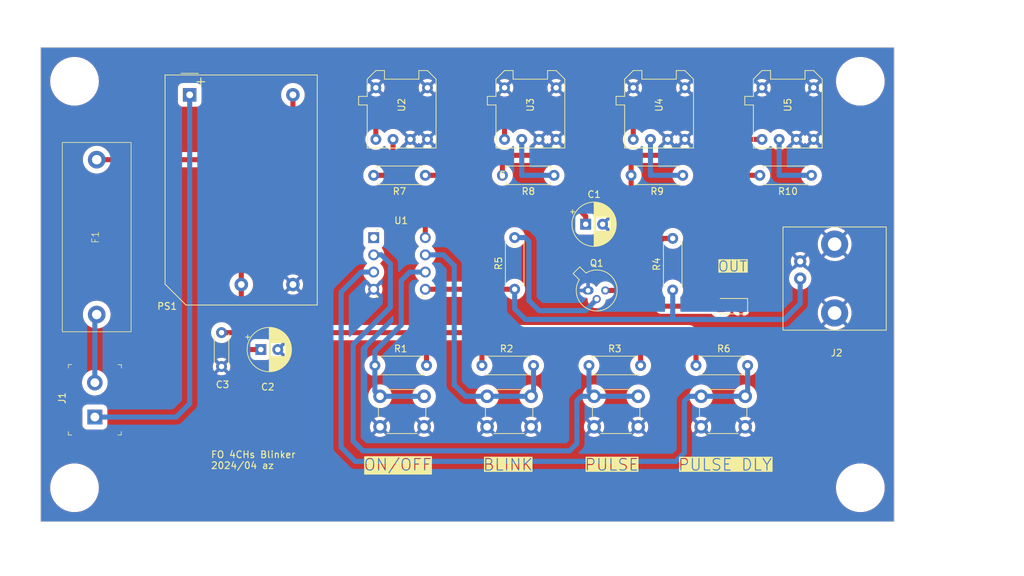
<source format=kicad_pcb>
(kicad_pcb (version 20221018) (generator pcbnew)

  (general
    (thickness 1.6)
  )

  (paper "A4")
  (layers
    (0 "F.Cu" signal)
    (31 "B.Cu" signal)
    (32 "B.Adhes" user "B.Adhesive")
    (33 "F.Adhes" user "F.Adhesive")
    (34 "B.Paste" user)
    (35 "F.Paste" user)
    (36 "B.SilkS" user "B.Silkscreen")
    (37 "F.SilkS" user "F.Silkscreen")
    (38 "B.Mask" user)
    (39 "F.Mask" user)
    (40 "Dwgs.User" user "User.Drawings")
    (41 "Cmts.User" user "User.Comments")
    (42 "Eco1.User" user "User.Eco1")
    (43 "Eco2.User" user "User.Eco2")
    (44 "Edge.Cuts" user)
    (45 "Margin" user)
    (46 "B.CrtYd" user "B.Courtyard")
    (47 "F.CrtYd" user "F.Courtyard")
    (48 "B.Fab" user)
    (49 "F.Fab" user)
    (50 "User.1" user)
    (51 "User.2" user)
    (52 "User.3" user)
    (53 "User.4" user)
    (54 "User.5" user)
    (55 "User.6" user)
    (56 "User.7" user)
    (57 "User.8" user)
    (58 "User.9" user)
  )

  (setup
    (stackup
      (layer "F.SilkS" (type "Top Silk Screen"))
      (layer "F.Paste" (type "Top Solder Paste"))
      (layer "F.Mask" (type "Top Solder Mask") (thickness 0.01))
      (layer "F.Cu" (type "copper") (thickness 0.035))
      (layer "dielectric 1" (type "core") (thickness 1.51) (material "FR4") (epsilon_r 4.5) (loss_tangent 0.02))
      (layer "B.Cu" (type "copper") (thickness 0.035))
      (layer "B.Mask" (type "Bottom Solder Mask") (thickness 0.01))
      (layer "B.Paste" (type "Bottom Solder Paste"))
      (layer "B.SilkS" (type "Bottom Silk Screen"))
      (copper_finish "None")
      (dielectric_constraints no)
    )
    (pad_to_mask_clearance 0)
    (pcbplotparams
      (layerselection 0x00010fc_ffffffff)
      (plot_on_all_layers_selection 0x0000000_00000000)
      (disableapertmacros false)
      (usegerberextensions false)
      (usegerberattributes true)
      (usegerberadvancedattributes true)
      (creategerberjobfile true)
      (dashed_line_dash_ratio 12.000000)
      (dashed_line_gap_ratio 3.000000)
      (svgprecision 4)
      (plotframeref false)
      (viasonmask false)
      (mode 1)
      (useauxorigin false)
      (hpglpennumber 1)
      (hpglpenspeed 20)
      (hpglpendiameter 15.000000)
      (dxfpolygonmode true)
      (dxfimperialunits true)
      (dxfusepcbnewfont true)
      (psnegative false)
      (psa4output false)
      (plotreference true)
      (plotvalue true)
      (plotinvisibletext false)
      (sketchpadsonfab false)
      (subtractmaskfromsilk false)
      (outputformat 1)
      (mirror false)
      (drillshape 1)
      (scaleselection 1)
      (outputdirectory "")
    )
  )

  (net 0 "")
  (net 1 "+5V")
  (net 2 "GND")
  (net 3 "Net-(D1-A)")
  (net 4 "/S1")
  (net 5 "/S2")
  (net 6 "/S3")
  (net 7 "/S4")
  (net 8 "/OUTPUT")
  (net 9 "Net-(F1-Pad1)")
  (net 10 "Net-(Q1-B)")
  (net 11 "Net-(U4-CATHODE)")
  (net 12 "/N")
  (net 13 "/L")
  (net 14 "Net-(U5-CATHODE)")
  (net 15 "Net-(U2-CATHODE)")
  (net 16 "Net-(U3-CATHODE)")
  (net 17 "unconnected-(U1-PB5-Pad1)")
  (net 18 "Net-(Q1-C)")

  (footprint "Converter_ACDC:Converter_ACDC_RECOM_RAC01-xxSGB_THT" (layer "F.Cu") (at 118 54 -90))

  (footprint "Capacitor_THT:C_Disc_D4.3mm_W1.9mm_P5.00mm" (layer "F.Cu") (at 122.7 89.1 -90))

  (footprint "my library:Versatile_Link" (layer "F.Cu") (at 180.9375 55.495 90))

  (footprint "my library:BNC_amphenol_TH" (layer "F.Cu") (at 222.09 82.39 -90))

  (footprint "Capacitor_THT:CP_Radial_D6.3mm_P2.50mm" (layer "F.Cu") (at 176.4526 73.1))

  (footprint "Button_Switch_THT:SW_PUSH_6mm" (layer "F.Cu") (at 177.7 98.5))

  (footprint "Resistor_THT:R_Axial_DIN0207_L6.3mm_D2.5mm_P7.62mm_Horizontal" (layer "F.Cu") (at 164.16 65.88))

  (footprint "Resistor_THT:R_Axial_DIN0207_L6.3mm_D2.5mm_P7.62mm_Horizontal" (layer "F.Cu") (at 176.94 93.95))

  (footprint "Button_Switch_THT:SW_PUSH_6mm" (layer "F.Cu") (at 161.9 98.5))

  (footprint "LED_SMD:LED_1206_3216Metric_Pad1.42x1.75mm_HandSolder" (layer "F.Cu") (at 197.9 85.2 180))

  (footprint "MountingHole:MountingHole_3.2mm_M3" (layer "F.Cu") (at 101 112))

  (footprint "Resistor_THT:R_Axial_DIN0207_L6.3mm_D2.5mm_P7.62mm_Horizontal" (layer "F.Cu") (at 202.16 65.88))

  (footprint "Resistor_THT:R_Axial_DIN0207_L6.3mm_D2.5mm_P7.62mm_Horizontal" (layer "F.Cu") (at 168.76 93.95 180))

  (footprint "Button_Switch_THT:SW_PUSH_6mm" (layer "F.Cu") (at 193.5 98.5))

  (footprint "MountingHole:MountingHole_3.2mm_M3" (layer "F.Cu") (at 217 52))

  (footprint "Capacitor_THT:CP_Radial_D6.3mm_P2.50mm" (layer "F.Cu") (at 128.5 91.6))

  (footprint "Package_TO_SOT_THT:TO-18-3" (layer "F.Cu") (at 176.81 82.875))

  (footprint "MountingHole:MountingHole_3.2mm_M3" (layer "F.Cu") (at 217 112))

  (footprint "Resistor_THT:R_Axial_DIN0207_L6.3mm_D2.5mm_P7.62mm_Horizontal" (layer "F.Cu") (at 189.3 82.81 90))

  (footprint "Resistor_THT:R_Axial_DIN0207_L6.3mm_D2.5mm_P7.62mm_Horizontal" (layer "F.Cu") (at 145.34 93.95))

  (footprint "Resistor_THT:R_Axial_DIN0207_L6.3mm_D2.5mm_P7.62mm_Horizontal" (layer "F.Cu") (at 152.78 65.88 180))

  (footprint "Resistor_THT:R_Axial_DIN0207_L6.3mm_D2.5mm_P7.62mm_Horizontal" (layer "F.Cu") (at 200.36 93.95 180))

  (footprint "Resistor_THT:R_Axial_DIN0207_L6.3mm_D2.5mm_P7.62mm_Horizontal" (layer "F.Cu") (at 165.97 82.69 90))

  (footprint "digikey-footprints:DIP-8_W7.62mm" (layer "F.Cu") (at 145.16 75.08))

  (footprint "Resistor_THT:R_Axial_DIN0207_L6.3mm_D2.5mm_P7.62mm_Horizontal" (layer "F.Cu") (at 183.16 65.88))

  (footprint "MountingHole:MountingHole_3.2mm_M3" (layer "F.Cu") (at 101 52))

  (footprint "my library:Versatile_Link" (layer "F.Cu") (at 161.9375 55.495 90))

  (footprint "digikey-footprints:Term_Block_1x2_P5.08MM" (layer "F.Cu") (at 104 101.562 90))

  (footprint "my library:Versatile_Link" (layer "F.Cu") (at 142.9375 55.495 90))

  (footprint "my library:Versatile_Link" (layer "F.Cu") (at 199.9375 55.495 90))

  (footprint "Button_Switch_THT:SW_PUSH_6mm" (layer "F.Cu") (at 146.1 98.5))

  (footprint "my library:Fuse_Holder_Block" (layer "F.Cu") (at 92.845 75 90))

  (gr_rect (start 96 47) (end 222 117)
    (stroke (width 0.1) (type default)) (fill none) (layer "Edge.Cuts") (tstamp 33074056-57eb-4fbc-ab92-45256ca20097))
  (gr_text "OUT" (at 195.9 80.2) (layer "F.SilkS" knockout) (tstamp 36f32614-8072-4165-8fb5-283a286139fc)
    (effects (font (size 1.5 1.5) (thickness 0.15)) (justify left bottom))
  )
  (gr_text "PULSE DLY" (at 190 109.6) (layer "F.SilkS" knockout) (tstamp 51ef2f25-1f79-49a4-a756-772d7178ea05)
    (effects (font (size 1.7 1.7) (thickness 0.15)) (justify left bottom))
  )
  (gr_text "ON/OFF" (at 143.6 109.6) (layer "F.SilkS" knockout) (tstamp 5311cb14-41b6-422e-9f1b-6a92ebba1d0f)
    (effects (font (size 1.7 1.7) (thickness 0.15)) (justify left bottom))
  )
  (gr_text "BLINK" (at 161.2 109.6) (layer "F.SilkS" knockout) (tstamp a51f4aa9-4592-46f3-98e0-88130e2b948d)
    (effects (font (size 1.7 1.7) (thickness 0.15)) (justify left bottom))
  )
  (gr_text "PULSE" (at 176.2 109.6) (layer "F.SilkS" knockout) (tstamp a74e655f-056e-4b82-a0ec-e7dc1dfd9d6b)
    (effects (font (size 1.7 1.7) (thickness 0.15)) (justify left bottom))
  )
  (gr_text "S" (at 163.6 66.43) (layer "F.SilkS") (tstamp d7bb1bb2-216d-469f-8d73-ff3f82d4a711)
    (effects (font (size 1 1) (thickness 0.15)) (justify left bottom))
  )
  (gr_text "+" (at 118.618 52.832) (layer "F.SilkS") (tstamp e41ef398-169c-4880-97a8-e34aa7da6064)
    (effects (font (size 1.5 1.5) (thickness 0.15)) (justify left bottom))
  )
  (gr_text "FO 4CHs Blinker\n2024/04 az" (at 121.075 109.3) (layer "F.SilkS") (tstamp f57bffd8-55c7-4969-a15c-05d34f19b526)
    (effects (font (size 1 1) (thickness 0.15)) (justify left bottom))
  )

  (segment (start 183.4775 57.5525) (end 183.325 57.4) (width 0.75) (layer "F.Cu") (net 1) (tstamp 01b8bf6c-0ff4-4c7e-85f8-931e91aaad5c))
  (segment (start 161.14 93.95) (end 161.14 89.115) (width 0.75) (layer "F.Cu") (net 1) (tstamp 06a6924b-0c90-49da-9e31-144bed4cdd5e))
  (segment (start 176.4526 73.1) (end 176.4526 71.9276) (width 0.75) (layer "F.Cu") (net 1) (tstamp 0a521a1a-21ef-4c9c-a5c5-f52bedec7cbc))
  (segment (start 194.31 57.4) (end 183.325 57.4) (width 0.75) (layer "F.Cu") (net 1) (tstamp 169ab4bd-57da-415e-9369-1b142d3143fb))
  (segment (start 152.925 89.1) (end 161.125 89.1) (width 0.75) (layer "F.Cu") (net 1) (tstamp 17f3b754-ca2d-405b-8e8e-189f4d187726))
  (segment (start 152.78 71.12) (end 153.1 70.8) (width 0.75) (layer "F.Cu") (net 1) (tstamp 271fa0b4-51c7-42c8-8cc9-b2afa1e665b4))
  (segment (start 126.65 91.6) (end 128.5 91.6) (width 0.75) (layer "F.Cu") (net 1) (tstamp 2e23460a-ef03-41de-b25b-e7c77856a6b2))
  (segment (start 164.4775 57.4775) (end 164.4 57.4) (width 0.75) (layer "F.Cu") (net 1) (tstamp 2e406774-d6f6-43ea-99d7-10dd2a0f50e7))
  (segment (start 140.55 58.3) (end 141.45 57.4) (width 0.75) (layer "F.Cu") (net 1) (tstamp 3cc3bc11-f26c-4fbe-8938-e8f5e321da52))
  (segment (start 126.82 70.8) (end 125.62 72) (width 0.75) (layer "F.Cu") (net 1) (tstamp 3d98f769-6fed-4935-ad66-8e02db48f1c6))
  (segment (start 140.55 70.8) (end 140.55 58.3) (width 0.75) (layer "F.Cu") (net 1) (tstamp 48abfe42-a4c1-4c5a-978c-2a899200f262))
  (segment (start 161.125 89.1) (end 184.575 89.1) (width 0.75) (layer "F.Cu") (net 1) (tstamp 4eadeef5-235a-497e-94e9-f620e0d99474))
  (segment (start 140.55 70.8) (end 126.82 70.8) (width 0.75) (layer "F.Cu") (net 1) (tstamp 52113c22-5a0b-4ef8-9556-0a60ff8058da))
  (segment (start 183.325 57.4) (end 164.4 57.4) (width 0.75) (layer "F.Cu") (net 1) (tstamp 524cad5b-1df0-418d-b787-1db4a0aadb12))
  (segment (start 122.7 89.1) (end 152.925 89.1) (width 0.75) (layer "F.Cu") (net 1) (tstamp 54d62d54-4c8c-4b04-92ae-6b792ffd2bed))
  (segment (start 197.485 60.575) (end 194.31 57.4) (width 0.75) (layer "F.Cu") (net 1) (tstamp 57206dbd-7f40-4ab9-9551-55786803b35c))
  (segment (start 152.78 75.08) (end 152.78 71.12) (width 0.75) (layer "F.Cu") (net 1) (tstamp 5e6f8794-cc8a-4fe2-b80d-976b533e50c7))
  (segment (start 164.4775 60.575) (end 164.4775 57.4775) (width 0.75) (layer "F.Cu") (net 1) (tstamp 60cfd586-3c77-4b25-b533-0874fbdd4f96))
  (segment (start 125.62 82) (end 125.62 90.57) (width 0.75) (layer "F.Cu") (net 1) (tstamp 65566026-5d25-4f91-9dae-fd95e463515a))
  (segment (start 154 70.8) (end 175.325 70.8) (width 0.75) (layer "F.Cu") (net 1) (tstamp 79965599-93ef-4943-ad67-3d022424ef97))
  (segment (start 145.61 57.4) (end 164.4 57.4) (width 0.75) (layer "F.Cu") (net 1) (tstamp 7d1fc3d3-123e-42ff-8550-3ecf4381329c))
  (segment (start 145.4775 57.5325) (end 145.61 57.4) (width 0.75) (layer "F.Cu") (net 1) (tstamp 841d6202-bba6-4341-a34e-612e3d415a0a))
  (segment (start 202.4775 60.575) (end 197.485 60.575) (width 0.75) (layer "F.Cu") (net 1) (tstamp 91b0a795-c681-4a3a-8857-c8889d444644))
  (segment (start 154 70.8) (end 140.55 70.8) (width 0.75) (layer "F.Cu") (net 1) (tstamp 999f56b5-5cd1-46b5-a949-aefc23b7dd82))
  (segment (start 184.56 93.95) (end 184.56 89.115) (width 0.75) (layer "F.Cu") (net 1) (tstamp 99c48169-3fa7-4a61-a1e3-a993ce59b0a3))
  (segment (start 176.4526 71.9276) (end 175.325 70.8) (width 0.75) (layer "F.Cu") (net 1) (tstamp 9f8fc510-cc5e-4294-abf1-1edbdc4b5192))
  (segment (start 125.62 82) (end 125.62 72) (width 0.75) (layer "F.Cu") (net 1) (tstamp a3b64403-bb1f-4cff-bfc5-d0ca23302e42))
  (segment (start 152.96 93.95) (end 152.96 89.135) (width 0.75) (layer "F.Cu") (net 1) (tstamp b74391eb-f481-4b78-9f54-4152fcd1fc94))
  (segment (start 191.65 89.1) (end 192.74 90.19) (width 0.75) (layer "F.Cu") (net 1) (tstamp b9961b6a-2d32-4c5e-8875-9c7b25cbe70e))
  (segment (start 152.96 89.135) (end 152.925 89.1) (width 0.75) (layer "F.Cu") (net 1) (tstamp bd8475cc-5e81-4b54-9750-e1efaaeb103f))
  (segment (start 183.4775 60.575) (end 183.4775 57.5525) (width 0.75) (layer "F.Cu") (net 1) (tstamp c3d1a87c-5899-43f2-8ea8-3307c0b1a83d))
  (segment (start 161.14 89.115) (end 161.125 89.1) (width 0.75) (layer "F.Cu") (net 1) (tstamp c6d4f02f-2286-44a9-aa31-1dfb97d92054))
  (segment (start 125.62 90.57) (end 126.65 91.6) (width 0.75) (layer "F.Cu") (net 1) (tstamp ca3bd767-ba9e-46ac-9b4a-c45fbae2eedb))
  (segment (start 192.74 90.19) (end 192.74 93.95) (width 0.75) (layer "F.Cu") (net 1) (tstamp d9eac83d-64f5-4725-8229-7bf21897e87b))
  (segment (start 184.575 89.1) (end 191.65 89.1) (width 0.75) (layer "F.Cu") (net 1) (tstamp dc1e439a-1d91-4b9e-a8f4-73c438ba1897))
  (segment (start 153.1 70.8) (end 154 70.8) (width 0.75) (layer "F.Cu") (net 1) (tstamp de9d8ef2-5325-4a0a-b1bf-25cee59bdb85))
  (segment (start 145.4775 60.575) (end 145.4775 57.5325) (width 0.75) (layer "F.Cu") (net 1) (tstamp ecfb0c74-5d06-4875-839e-92dfc95bc8e8))
  (segment (start 184.56 89.115) (end 184.575 89.1) (width 0.75) (layer "F.Cu") (net 1) (tstamp f1718731-8874-4d64-924d-0941fcfa9973))
  (segment (start 141.45 57.4) (end 145.61 57.4) (width 0.75) (layer "F.Cu") (net 1) (tstamp f6335372-70dd-4756-a99f-29e91b7512aa))
  (segment (start 186.775 84.275) (end 186.775 76.3) (width 0.75) (layer "F.Cu") (net 3) (tstamp 0da2ec77-74f7-43fb-95a6-0b773bbf8f17))
  (segment (start 187.885 75.19) (end 189.3 75.19) (width 0.75) (layer "F.Cu") (net 3) (tstamp 0e5aeb44-4e9b-4449-918c-34f6e8848faf))
  (segment (start 196.4125 85.2) (end 187.7 85.2) (width 0.75) (layer "F.Cu") (net 3) (tstamp 17fe9188-48a8-4ec0-983d-6a00f59641f6))
  (segment (start 187.7 85.2) (end 186.775 84.275) (width 0.75) (layer "F.Cu") (net 3) (tstamp 6d53952d-9032-4d70-b0af-b77af6828a29))
  (segment (start 186.775 76.3) (end 187.885 75.19) (width 0.75) (layer "F.Cu") (net 3) (tstamp 740714d4-0b98-45ec-953e-fd5e1af56616))
  (segment (start 145.34 93.95) (end 145.34 91.86) (width 0.75) (layer "B.Cu") (net 4) (tstamp 003c0cdc-8e4a-4cf5-a60e-eda183db9458))
  (segment (start 149.225 81.425) (end 150.49 80.16) (width 0.75) (layer "B.Cu") (net 4) (tstamp 06ba1eef-13d6-44fd-9d21-ff1d2cc5a704))
  (segment (start 146.1 98.5) (end 152.6 98.5) (width 0.75) (layer "B.Cu") (net 4) (tstamp 5aa47c4b-39e2-4aa8-a047-3ab318e50359))
  (segment (start 145.34 93.95) (end 145.34 97.74) (width 0.75) (layer "B.Cu") (net 4) (tstamp 8704c330-cab8-4342-ab19-48388ce1bf51))
  (segment (start 149.225 87.975) (end 149.225 81.425) (width 0.75) (layer "B.Cu") (net 4) (tstamp a5a0f9ce-ca88-4e31-b200-44bcb7fb6001))
  (segment (start 145.34 97.74) (end 146.1 98.5) (width 0.75) (layer "B.Cu") (net 4) (tstamp a6f2ed4e-7c90-4e7e-9b6a-9c8fa33fc183))
  (segment (start 145.34 91.86) (end 149.225 87.975) (width 0.75) (layer "B.Cu") (net 4) (tstamp b5ef4fa8-4ce0-433f-9b1c-013b931dd0b8))
  (segment (start 150.49 80.16) (end 152.78 80.16) (width 0.75) (layer "B.Cu") (net 4) (tstamp e9a32cf9-5234-4dbc-a1f3-ed186cba6c34))
  (segment (start 168.4 98.5) (end 168.76 98.5) (width 0.75) (layer "B.Cu") (net 5) (tstamp 0bf6896d-e4d1-4c4c-aa6e-36ae66d3c5cc))
  (segment (start 157.05 79.22) (end 155.45 77.62) (width 0.75) (layer "B.Cu") (net 5) (tstamp 43baf78c-bd31-4101-b0fa-205d8ea1d596))
  (segment (start 155.45 77.62) (end 152.78 77.62) (width 0.75) (layer "B.Cu") (net 5) (tstamp 469cd8cc-2471-4f88-8bb3-01c362dc1494))
  (segment (start 158.75 98.5) (end 157.05 96.8) (width 0.75) (layer "B.Cu") (net 5) (tstamp 47316309-3b31-4c6d-8580-3fc46fbaee62))
  (segment (start 157.05 96.8) (end 157.05 79.22) (width 0.75) (layer "B.Cu") (net 5) (tstamp 6a222fdf-6267-443c-a2e9-0bab405e3535))
  (segment (start 161.9 98.5) (end 158.75 98.5) (width 0.75) (layer "B.Cu") (net 5) (tstamp 953aeb5b-98e1-4fed-acf2-2dba2d50bb46))
  (segment (start 161.9 98.5) (end 168.4 98.5) (width 0.75) (layer "B.Cu") (net 5) (tstamp b3310605-a2c0-4561-b3a3-c62a9248e1b2))
  (segment (start 168.76 98.5) (end 168.76 93.95) (width 0.75) (layer "B.Cu") (net 5) (tstamp cc6d9804-1471-4c33-a605-b58bca7a5fd8))
  (segment (start 142.125 90.85) (end 147.625 85.35) (width 0.75) (layer "B.Cu") (net 6) (tstamp 1492fe1a-3fde-4580-b450-deb462d4fb66))
  (segment (start 176.94 93.95) (end 176.94 97.74) (width 0.75) (layer "B.Cu") (net 6) (tstamp 1b6789ba-fe56-4022-81d9-9767612f7bd8))
  (segment (start 177.7 98.5) (end 184.2 98.5) (width 0.75) (layer "B.Cu") (net 6) (tstamp 24cb2b27-5a55-4e41-85e2-3534b144205c))
  (segment (start 177.7 98.5) (end 175.825 98.5) (width 0.75) (layer "B.Cu") (net 6) (tstamp 4248c0d5-e8e0-468a-94be-d95913ef5671))
  (segment (start 175.825 98.5) (end 175.15 99.175) (width 0.75) (layer "B.Cu") (net 6) (tstamp 4aa03231-0cd7-4ec0-8671-24908624d12b))
  (segment (start 146.295 77.62) (end 145.16 77.62) (width 0.75) (layer "B.Cu") (net 6) (tstamp 5b847230-ca42-43ce-b0c2-84c6777df3d8))
  (segment (start 175.15 99.175) (end 175.15 105.475) (width 0.75) (layer "B.Cu") (net 6) (tstamp 7e5b3ae6-8b70-42af-8d2b-5b4116798908))
  (segment (start 142.125 105.1) (end 142.125 90.85) (width 0.75) (layer "B.Cu") (net 6) (tstamp 8bcac9d6-645e-482f-90ff-371184a7c4f7))
  (segment (start 175.15 105.475) (end 174.075 106.55) (width 0.75) (layer "B.Cu") (net 6) (tstamp 9253577e-3916-450c-927b-2be49cf7373a))
  (segment (start 174.075 106.55) (end 143.575 106.55) (width 0.75) (layer "B.Cu") (net 6) (tstamp b881b936-5a28-4c8e-be6d-b0b30487ed5b))
  (segment (start 147.625 85.35) (end 147.625 78.95) (width 0.75) (layer "B.Cu") (net 6) (tstamp bf0f5ada-8f36-490c-841b-b69090e3ea79))
  (segment (start 147.625 78.95) (end 146.295 77.62) (width 0.75) (layer "B.Cu") (net 6) (tstamp cfe3f094-a302-4117-b356-3292958ee0b4))
  (segment (start 143.575 106.55) (end 142.125 105.1) (width 0.75) (layer "B.Cu") (net 6) (tstamp d14772bf-b252-4c19-bce1-2c246250559e))
  (segment (start 176.94 97.74) (end 177.7 98.5) (width 0.75) (layer "B.Cu") (net 6) (tstamp f63b287b-a73d-498f-a567-0a6fd4531b15))
  (segment (start 191.025 99.2) (end 191.025 106.825) (width 0.75) (layer "B.Cu") (net 7) (tstamp 2a1ba67e-f4c2-469b-b317-162d1de88584))
  (segment (start 142.45 108.1) (end 140.35 106) (width 0.75) (layer "B.Cu") (net 7) (tstamp 4f7879e3-ba98-4e6a-9f2b-ec08cd2ff048))
  (segment (start 200 98.5) (end 200.36 98.5) (width 0.75) (layer "B.Cu") (net 7) (tstamp 57e96ada-c0b8-43a4-a176-15f2180c4eb8))
  (segment (start 191.725 98.5) (end 191.025 99.2) (width 0.75) (layer "B.Cu") (net 7) (tstamp 58e9b084-af18-49a4-871b-cd55cc68a948))
  (segment (start 200.36 98.5) (end 200.36 93.95) (width 0.75) (layer "B.Cu") (net 7) (tstamp 7b259b2f-c45d-4668-99f6-3c39a26d7898))
  (segment (start 189.75 108.1) (end 142.45 108.1) (width 0.75) (layer "B.Cu") (net 7) (tstamp a786a63a-07fe-459c-a8c7-6cae890086a9))
  (segment (start 193.5 98.5) (end 191.725 98.5) (width 0.75) (layer "B.Cu") (net 7) (tstamp b2126339-6a6a-41d0-bb76-8ac67a1b740f))
  (segment (start 140.35 83.125) (end 143.315 80.16) (width 0.75) (layer "B.Cu") (net 7) (tstamp ba6d0810-5246-4286-aa01-fa81e2617fcb))
  (segment (start 191.025 106.825) (end 189.75 108.1) (width 0.75) (layer "B.Cu") (net 7) (tstamp d9340c26-bc90-4ddc-8f05-72857453cfc2))
  (segment (start 143.315 80.16) (end 145.16 80.16) (width 0.75) (layer "B.Cu") (net 7) (tstamp d9ce47bc-6d59-407d-8cce-b4a1db70fd01))
  (segment (start 200 98.5) (end 193.5 98.5) (width 0.75) (layer "B.Cu") (net 7) (tstamp db526821-1f0f-4658-b333-ce7126f3bd5d))
  (segment (start 140.35 106) (end 140.35 83.125) (width 0.75) (layer "B.Cu") (net 7) (tstamp ea8a7aa8-04be-4f6a-88ca-2f07192369f8))
  (segment (start 152.78 82.7) (end 165.97 82.7) (width 0.75) (layer "F.Cu") (net 8) (tstamp 3c326471-b6d5-45d3-af3b-5b6056a1d05b))
  (segment (start 165.97 82.7) (end 165.97 82.69) (width 0.75) (layer "F.Cu") (net 8) (tstamp d6f97444-efad-474b-9f64-13cf06f5c184))
  (segment (start 187.1 87.15) (end 205.775 87.15) (width 0.75) (layer "B.Cu") (net 8) (tstamp 37cb3b83-f5d3-4b42-9743-f5205e4ef186))
  (segment (start 208.12 84.805) (end 208.12 81.12) (width 0.75) (layer "B.Cu") (net 8) (tstamp 38dcfda4-dd6f-48cf-8361-61149820c99a))
  (segment (start 165.97 82.69) (end 165.97 85.57) (width 0.75) (layer "B.Cu") (net 8) (tstamp 8c69bb49-7901-4d2b-8d63-96fab74ca27a))
  (segment (start 187.1 87.15) (end 189.3 87.15) (width 0.75) (layer "B.Cu") (net 8) (tstamp 8da6bdf5-3b32-498a-8639-1c9935dcbcb0))
  (segment (start 167.55 87.15) (end 187.1 87.15) (width 0.75) (layer "B.Cu") (net 8) (tstamp a8752ea6-427b-4276-975e-ede95da21c06))
  (segment (start 205.775 87.15) (end 208.12 84.805) (width 0.75) (layer "B.Cu") (net 8) (tstamp ac0d8f1f-46d7-4199-aae8-86402eb758be))
  (segment (start 189.3 87.15) (end 189.3 82.81) (width 0.75) (layer "B.Cu") (net 8) (tstamp f4b15e29-c4e1-46ca-925f-a0fdd7df367c))
  (segment (start 165.97 85.57) (end 167.55 87.15) (width 0.75) (layer "B.Cu") (net 8) (tstamp f66faa62-55f8-4c26-8d4b-88fbbf3a4339))
  (segment (start 104 86.43) (end 104 96.482) (width 0.75) (layer "B.Cu") (net 9) (tstamp 2e1f2d90-a213-4e5b-8988-257cceeb4dc0))
  (segment (start 104.275 86.43) (end 104 86.43) (width 0.75) (layer "B.Cu") (net 9) (tstamp 3958690d-689a-4bbb-84d9-c3d1772b4fd8))
  (segment (start 168.075 84.35) (end 168.075 75.645) (width 0.75) (layer "B.Cu") (net 10) (tstamp 01facc06-1515-4d8b-8753-edca32b0dae7))
  (segment (start 178.0975 84.17) (end 178.0975 84.1775) (width 0.75) (layer "B.Cu") (net 10) (tstamp 296303cc-01d9-4857-be09-7722ddfd2c3a))
  (segment (start 176.425 85.85) (end 169.575 85.85) (width 0.75) (layer "B.Cu") (net 10) (tstamp a0463e58-6ecd-49c0-b4a5-74341099e7c2))
  (segment (start 169.575 85.85) (end 168.075 84.35) (width 0.75) (layer "B.Cu") (net 10) (tstamp addbc931-e95b-45cf-9dc5-25f88f12f4f7))
  (segment (start 178.0975 84.1775) (end 176.425 85.85) (width 0.75) (layer "B.Cu") (net 10) (tstamp adf7d680-9941-4744-bd53-a43ad98fb807))
  (segment (start 167.5 75.07) (end 165.97 75.07) (width 0.75) (layer "B.Cu") (net 10) (tstamp b9b807ce-bc0f-458d-a0f8-a1fd36f5f326))
  (segment (start 168.075 75.645) (end 167.5 75.07) (width 0.75) (layer "B.Cu") (net 10) (tstamp c8d67139-101c-4490-902e-77ae71b23601))
  (segment (start 186.0175 65.88) (end 186.0175 60.575) (width 0.75) (layer "B.Cu") (net 11) (tstamp 7765d45a-2d1e-4fdf-a472-be131dc2c56f))
  (segment (start 190.78 65.88) (end 186.0175 65.88) (width 0.75) (layer "B.Cu") (net 11) (tstamp bbabb480-dc15-4a58-bdb4-095ca3307bb6))
  (segment (start 131.045 63.57) (end 133.24 61.375) (width 0.75) (layer "F.Cu") (net 12) (tstamp 4b21b81b-f5d0-48c5-85f3-ecf44e80390f))
  (segment (start 133.24 61.375) (end 133.24 54) (width 0.75) (layer "F.Cu") (net 12) (tstamp b38b4d4d-39c1-4f0d-bee4-c9cf0e615360))
  (segment (start 104.275 63.57) (end 131.045 63.57) (width 0.75) (layer "F.Cu") (net 12) (tstamp c1b2db53-b8b4-4131-834f-b91bac1fc491))
  (segment (start 104 101.562) (end 116.013 101.562) (width 0.75) (layer "B.Cu") (net 13) (tstamp 55919702-05bd-49c8-9975-0a5324ce1112))
  (segment (start 116.013 101.562) (end 118 99.575) (width 0.75) (layer "B.Cu") (net 13) (tstamp aa4fef4d-3ae0-4a17-b47c-b010437241f6))
  (segment (start 118 99.575) (end 118 54) (width 0.75) (layer "B.Cu") (net 13) (tstamp b0424d44-df22-47f8-b8da-c626d3b95559))
  (segment (start 209.78 65.88) (end 205.0175 65.88) (width 0.75) (layer "B.Cu") (net 14) (tstamp 368a9967-d6a6-4505-97f8-c0badb8947b3))
  (segment (start 205.0175 65.88) (end 205.0175 60.575) (width 0.75) (layer "B.Cu") (net 14) (tstamp ac6d3dd5-a740-44c9-b595-99b540347c98))
  (segment (start 145.16 65.88) (end 146.6875 65.88) (width 0.75) (layer "F.Cu") (net 15) (tstamp ae1225cc-1632-4856-861e-49cc50d98fd9))
  (segment (start 146.6875 65.88) (end 148.0175 64.55) (width 0.75) (layer "F.Cu") (net 15) (tstamp baa1e811-aaff-49d2-804a-11605a8758ad))
  (segment (start 148.0175 64.55) (end 148.0175 60.575) (width 0.75) (layer "F.Cu") (net 15) (tstamp e355dea8-4607-4f35-b14a-09ba9318cd9d))
  (segment (start 171.78 65.88) (end 167.0175 65.88) (width 0.75) (layer "B.Cu") (net 16) (tstamp 094ffaf8-a9a0-4313-9284-6b7160070f9a))
  (segment (start 167.0175 65.88) (end 167.0175 60.575) (width 0.75) (layer "B.Cu") (net 16) (tstamp a7a9873c-9f4f-4175-83c1-4c3c74a85e91))
  (segment (start 160.48 62.93) (end 164.22 62.93) (width 0.75) (layer "F.Cu") (net 18) (tstamp 0cbd21fd-1f8b-43ce-9df6-15c570e37dd6))
  (segment (start 183.16 65.88) (end 183.16 81.97) (width 0.75) (layer "F.Cu") (net 18) (tstamp 2bd8a85d-14f9-4f98-bb02-d0dc4bd63d69))
  (segment (start 196.82 65.88) (end 193.87 62.93) (width 0.75) (layer "F.Cu") (net 18) (tstamp 3fff0ee5-4567-452f-a576-947fcfbbb61a))
  (segment (start 183.16 81.97) (end 182.255 82.875) (width 0.75) (layer "F.Cu") (net 18) (tstamp 5f333108-8c14-444a-a9d5-ac85ad12a0f3))
  (segment (start 182.255 82.875) (end 179.35 82.875) (width 0.75) (layer "F.Cu") (net 18) (tstamp 96130ceb-9dff-4a82-b8a3-2ef1ecb9a6d8))
  (segment (start 202.16 65.88) (end 196.82 65.88) (width 0.75) (layer "F.Cu") (net 18) (tstamp 977252f2-fa6a-4561-92e4-02acf2179d4b))
  (segment (start 183.16 65.88) (end 183.16 63.11) (width 0.75) (layer "F.Cu") (net 18) (tstamp 9d5f8add-c74e-4b8d-861d-e90823664718))
  (segment (start 152.78 65.88) (end 157.53 65.88) (width 0.75) (layer "F.Cu") (net 18) (tstamp ad26d245-2f09-484d-a861-c6a50a5ad320))
  (segment (start 164.16 65.88) (end 164.16 62.99) (width 0.75) (layer "F.Cu") (net 18) (tstamp af695dea-73fa-46df-a3e0-97b15dfbb4f5))
  (segment (start 183.34 62.93) (end 193.87 62.93) (width 0.75) (layer "F.Cu") (net 18) (tstamp b2a97d10-62ce-4d31-ade5-0cbb2d28e2c8))
  (segment (start 164.16 62.99) (end 164.22 62.93) (width 0.75) (layer "F.Cu") (net 18) (tstamp ba8d4979-fb4e-4275-8580-1e6bd434e3f4))
  (segment (start 183.16 63.11) (end 183.34 62.93) (width 0.75) (layer "F.Cu") (net 18) (tstamp cd8a1add-227a-41b1-b183-983ad83d24c7))
  (segment (start 164.22 62.93) (end 183.34 62.93) (width 0.75) (layer "F.Cu") (net 18) (tstamp e173b6ae-f7df-45f6-855e-0e1e8f681637))
  (segment (start 157.53 65.88) (end 160.48 62.93) (width 0.75) (layer "F.Cu") (net 18) (tstamp f6ae4945-d343-4c70-8ab9-de5937e072c3))

  (zone (net 2) (net_name "GND") (layers "F&B.Cu") (tstamp 9a34b16a-972d-490b-8091-dd0403498b66) (hatch edge 0.5)
    (connect_pads (clearance 0.75))
    (min_thickness 0.25) (filled_areas_thickness no)
    (fill yes (thermal_gap 0.5) (thermal_bridge_width 0.5))
    (polygon
      (pts
        (xy 90 40)
        (xy 230 40)
        (xy 230 125)
        (xy 90 125)
      )
    )
    (filled_polygon
      (layer "F.Cu")
      (pts
        (xy 182.29 58.542113)
        (xy 182.335387 58.5875)
        (xy 182.352 58.6495)
        (xy 182.352 59.459634)
        (xy 182.344336 59.502552)
        (xy 182.32229 59.540165)
        (xy 182.219242 59.660818)
        (xy 182.091721 59.868911)
        (xy 181.998328 60.094384)
        (xy 181.941354 60.331696)
        (xy 181.922206 60.575)
        (xy 181.941354 60.818303)
        (xy 181.998328 61.055615)
        (xy 182.091721 61.281088)
        (xy 182.185866 61.434716)
        (xy 182.219241 61.489179)
        (xy 182.313864 61.599968)
        (xy 182.342405 61.66351)
        (xy 182.332184 61.732414)
        (xy 182.286427 61.784935)
        (xy 182.219574 61.8045)
        (xy 172.94513 61.8045)
        (xy 172.880033 61.786039)
        (xy 172.83432 61.736151)
        (xy 172.821602 61.669693)
        (xy 172.822972 61.654025)
        (xy 172.097501 60.928553)
        (xy 172.0975 60.928553)
        (xy 171.372026 61.654025)
        (xy 171.373397 61.669693)
        (xy 171.360679 61.736151)
        (xy 171.314966 61.786039)
        (xy 171.249869 61.8045)
        (xy 170.40513 61.8045)
        (xy 170.340033 61.786039)
        (xy 170.29432 61.736151)
        (xy 170.281602 61.669693)
        (xy 170.282972 61.654025)
        (xy 169.557501 60.928553)
        (xy 169.5575 60.928553)
        (xy 168.832026 61.654025)
        (xy 168.833397 61.669693)
        (xy 168.820679 61.736151)
        (xy 168.774966 61.786039)
        (xy 168.709869 61.8045)
        (xy 168.275426 61.8045)
        (xy 168.208573 61.784935)
        (xy 168.162816 61.732414)
        (xy 168.152595 61.66351)
        (xy 168.181136 61.599968)
        (xy 168.275759 61.489179)
        (xy 168.355737 61.358666)
        (xy 168.405653 61.312727)
        (xy 168.472273 61.299929)
        (xy 168.478474 61.300471)
        (xy 169.203946 60.575001)
        (xy 169.203946 60.575)
        (xy 169.203945 60.574999)
        (xy 169.911053 60.574999)
        (xy 170.636525 61.300472)
        (xy 170.687635 61.227479)
        (xy 170.715118 61.168543)
        (xy 170.760875 61.116367)
        (xy 170.8275 61.096947)
        (xy 170.894125 61.116367)
        (xy 170.939882 61.168543)
        (xy 170.967365 61.227482)
        (xy 171.018472 61.300471)
        (xy 171.018474 61.300472)
        (xy 171.743946 60.575001)
        (xy 171.743946 60.575)
        (xy 172.451053 60.575)
        (xy 173.176525 61.300472)
        (xy 173.227634 61.22748)
        (xy 173.323766 61.021326)
        (xy 173.382641 60.801602)
        (xy 173.402466 60.575)
        (xy 173.382641 60.348397)
        (xy 173.323766 60.128673)
        (xy 173.227633 59.922515)
        (xy 173.176525 59.849526)
        (xy 172.451053 60.574998)
        (xy 172.451053 60.575)
        (xy 171.743946 60.575)
        (xy 171.018473 59.849526)
        (xy 171.018473 59.849527)
        (xy 170.967366 59.922515)
        (xy 170.939881 59.981457)
        (xy 170.894123 60.033632)
        (xy 170.827498 60.053051)
        (xy 170.760873 60.033631)
        (xy 170.715117 59.981455)
        (xy 170.687634 59.922517)
        (xy 170.636525 59.849526)
        (xy 169.911053 60.574998)
        (xy 169.911053 60.574999)
        (xy 169.203945 60.574999)
        (xy 168.478473 59.849526)
        (xy 168.47227 59.850069)
        (xy 168.405651 59.83727)
        (xy 168.355736 59.791331)
        (xy 168.33673 59.760316)
        (xy 168.275759 59.660821)
        (xy 168.134966 59.495973)
        (xy 168.832026 59.495973)
        (xy 169.5575 60.221446)
        (xy 169.557501 60.221446)
        (xy 170.282972 59.495974)
        (xy 170.282971 59.495973)
        (xy 171.372026 59.495973)
        (xy 172.0975 60.221446)
        (xy 172.097501 60.221446)
        (xy 172.822972 59.495974)
        (xy 172.822971 59.495972)
        (xy 172.749984 59.444866)
        (xy 172.543826 59.348733)
        (xy 172.324102 59.289858)
        (xy 172.0975 59.270033)
        (xy 171.870897 59.289858)
        (xy 171.651172 59.348733)
        (xy 171.445016 59.444865)
        (xy 171.372027 59.495973)
        (xy 171.372026 59.495973)
        (xy 170.282971 59.495973)
        (xy 170.282971 59.495972)
        (xy 170.209984 59.444866)
        (xy 170.003826 59.348733)
        (xy 169.784102 59.289858)
        (xy 169.5575 59.270033)
        (xy 169.330897 59.289858)
        (xy 169.111172 59.348733)
        (xy 168.905016 59.444865)
        (xy 168.832027 59.495973)
        (xy 168.832026 59.495973)
        (xy 168.134966 59.495973)
        (xy 168.117259 59.475241)
        (xy 167.931679 59.316741)
        (xy 167.855459 59.270033)
        (xy 167.723588 59.189221)
        (xy 167.498115 59.095828)
        (xy 167.260803 59.038854)
        (xy 167.0175 59.019706)
        (xy 166.774196 59.038854)
        (xy 166.536884 59.095828)
        (xy 166.311411 59.189221)
        (xy 166.103322 59.31674)
        (xy 165.917741 59.475241)
        (xy 165.84179 59.564168)
        (xy 165.799414 59.596246)
        (xy 165.7475 59.607636)
        (xy 165.695587 59.596246)
        (xy 165.65321 59.564168)
        (xy 165.63271 59.540166)
        (xy 165.610664 59.502553)
        (xy 165.603 59.459634)
        (xy 165.603 58.6495)
        (xy 165.619613 58.5875)
        (xy 165.665 58.542113)
        (xy 165.727 58.5255)
        (xy 182.228 58.5255)
      )
    )
    (filled_polygon
      (layer "F.Cu")
      (pts
        (xy 221.9375 47.017113)
        (xy 221.982887 47.0625)
        (xy 221.9995 47.1245)
        (xy 221.9995 116.8755)
        (xy 221.982887 116.9375)
        (xy 221.9375 116.982887)
        (xy 221.8755 116.9995)
        (xy 96.1245 116.9995)
        (xy 96.0625 116.982887)
        (xy 96.017113 116.9375)
        (xy 96.0005 116.8755)
        (xy 96.0005 111.999999)
        (xy 97.394559 111.999999)
        (xy 97.41431 112.376873)
        (xy 97.473345 112.749609)
        (xy 97.571021 113.114142)
        (xy 97.706265 113.466464)
        (xy 97.877598 113.802724)
        (xy 98.083134 114.119221)
        (xy 98.083137 114.119225)
        (xy 98.320635 114.412511)
        (xy 98.587489 114.679365)
        (xy 98.880775 114.916863)
        (xy 98.880777 114.916864)
        (xy 98.880778 114.916865)
        (xy 99.197275 115.122401)
        (xy 99.533535 115.293734)
        (xy 99.885857 115.428978)
        (xy 100.25039 115.526654)
        (xy 100.436758 115.556171)
        (xy 100.623129 115.58569)
        (xy 100.889174 115.599632)
        (xy 100.905719 115.6005)
        (xy 100.90572 115.6005)
        (xy 101.09428 115.6005)
        (xy 101.094281 115.6005)
        (xy 101.10991 115.59968)
        (xy 101.376871 115.58569)
        (xy 101.619482 115.547263)
        (xy 101.749609 115.526654)
        (xy 101.749613 115.526653)
        (xy 102.114143 115.428978)
        (xy 102.466465 115.293734)
        (xy 102.80272 115.122403)
        (xy 102.802719 115.122403)
        (xy 102.802724 115.122401)
        (xy 102.960972 115.019632)
        (xy 103.119225 114.916863)
        (xy 103.412511 114.679365)
        (xy 103.679365 114.412511)
        (xy 103.916863 114.119225)
        (xy 104.019632 113.960973)
        (xy 104.122401 113.802725)
        (xy 104.134321 113.779329)
        (xy 104.293734 113.466465)
        (xy 104.428978 113.114143)
        (xy 104.526653 112.749613)
        (xy 104.58569 112.376871)
        (xy 104.605441 112)
        (xy 213.394559 112)
        (xy 213.41431 112.376873)
        (xy 213.473345 112.749609)
        (xy 213.571021 113.114142)
        (xy 213.706265 113.466464)
        (xy 213.877598 113.802724)
        (xy 214.083134 114.119221)
        (xy 214.083137 114.119225)
        (xy 214.320635 114.412511)
        (xy 214.587489 114.679365)
        (xy 214.880775 114.916863)
        (xy 214.880777 114.916864)
        (xy 214.880778 114.916865)
        (xy 215.197275 115.122401)
        (xy 215.533535 115.293734)
        (xy 215.885857 115.428978)
        (xy 216.25039 115.526654)
        (xy 216.436758 115.556171)
        (xy 216.623129 115.58569)
        (xy 216.889174 115.599632)
        (xy 216.905719 115.6005)
        (xy 216.90572 115.6005)
        (xy 217.09428 115.6005)
        (xy 217.094281 115.6005)
        (xy 217.10991 115.59968)
        (xy 217.376871 115.58569)
        (xy 217.619482 115.547263)
        (xy 217.749609 115.526654)
        (xy 217.749613 115.526653)
        (xy 218.114143 115.428978)
        (xy 218.466465 115.293734)
        (xy 218.80272 115.122403)
        (xy 218.802719 115.122403)
        (xy 218.802724 115.122401)
        (xy 218.960972 115.019632)
        (xy 219.119225 114.916863)
        (xy 219.412511 114.679365)
        (xy 219.679365 114.412511)
        (xy 219.916863 114.119225)
        (xy 220.019632 113.960973)
        (xy 220.122401 113.802725)
        (xy 220.134321 113.779329)
        (xy 220.293734 113.466465)
        (xy 220.428978 113.114143)
        (xy 220.526653 112.749613)
        (xy 220.58569 112.376871)
        (xy 220.605441 112)
        (xy 220.58569 111.623129)
        (xy 220.556171 111.436757)
        (xy 220.526654 111.25039)
        (xy 220.428978 110.885857)
        (xy 220.293734 110.533535)
        (xy 220.122401 110.197275)
        (xy 219.916865 109.880778)
        (xy 219.916863 109.880775)
        (xy 219.679365 109.587489)
        (xy 219.412511 109.320635)
        (xy 219.119225 109.083137)
        (xy 219.119223 109.083136)
        (xy 219.119221 109.083134)
        (xy 218.802724 108.877598)
        (xy 218.466464 108.706265)
        (xy 218.114142 108.571021)
        (xy 217.749609 108.473345)
        (xy 217.376873 108.41431)
        (xy 217.094281 108.3995)
        (xy 217.09428 108.3995)
        (xy 216.90572 108.3995)
        (xy 216.905719 108.3995)
        (xy 216.623126 108.41431)
        (xy 216.25039 108.473345)
        (xy 215.885857 108.571021)
        (xy 215.533535 108.706265)
        (xy 215.197275 108.877598)
        (xy 214.880778 109.083134)
        (xy 214.587485 109.320638)
        (xy 214.320638 109.587485)
        (xy 214.083134 109.880778)
        (xy 213.877598 110.197274)
        (xy 213.706265 110.533535)
        (xy 213.571021 110.885857)
        (xy 213.473345 111.25039)
        (xy 213.41431 111.623126)
        (xy 213.394559 112)
        (xy 104.605441 112)
        (xy 104.58569 111.623129)
... [402440 chars truncated]
</source>
